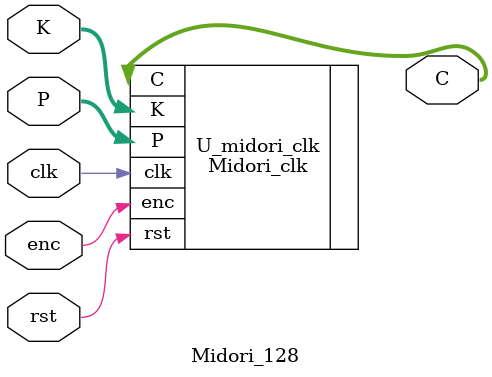
<source format=v>
module Midori_128(clk, rst, enc, K, P, C);
    input clk;
	input rst;
    localparam  round = 20; 
    localparam n = 128;

	input enc; 
    input [127:0] K; 
    input [n-1:0] P;
    output [n-1:0] C;
    Midori_clk
    U_midori_clk
    (
        .clk(clk),
        .rst(rst),
        .enc(enc), 
        .K(K), 
        .P(P), 
        .C(C)
    );
	
endmodule
</source>
